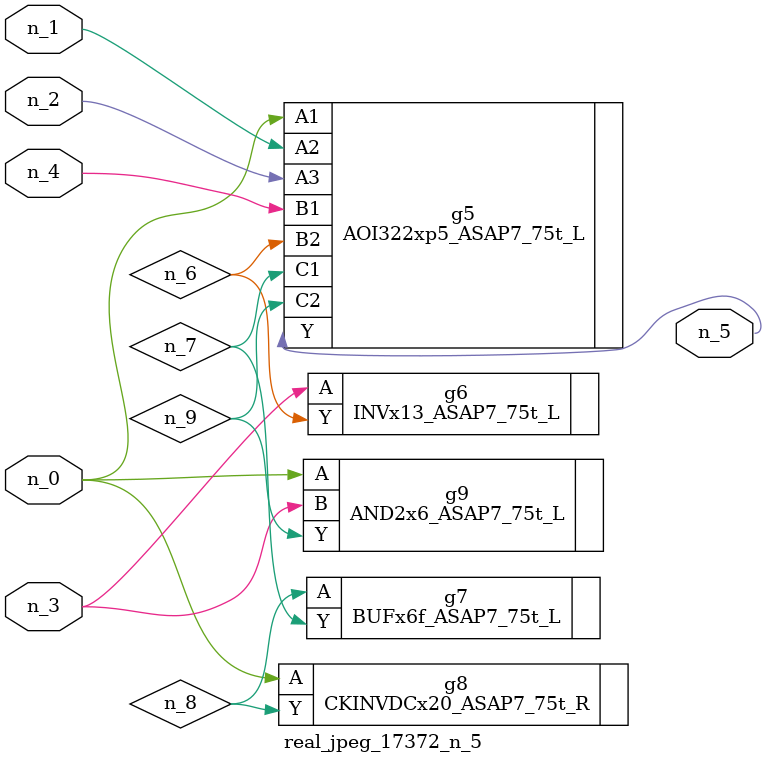
<source format=v>
module real_jpeg_17372_n_5 (n_4, n_0, n_1, n_2, n_3, n_5);

input n_4;
input n_0;
input n_1;
input n_2;
input n_3;

output n_5;

wire n_8;
wire n_6;
wire n_7;
wire n_9;

AOI322xp5_ASAP7_75t_L g5 ( 
.A1(n_0),
.A2(n_1),
.A3(n_2),
.B1(n_4),
.B2(n_6),
.C1(n_7),
.C2(n_9),
.Y(n_5)
);

CKINVDCx20_ASAP7_75t_R g8 ( 
.A(n_0),
.Y(n_8)
);

AND2x6_ASAP7_75t_L g9 ( 
.A(n_0),
.B(n_3),
.Y(n_9)
);

INVx13_ASAP7_75t_L g6 ( 
.A(n_3),
.Y(n_6)
);

BUFx6f_ASAP7_75t_L g7 ( 
.A(n_8),
.Y(n_7)
);


endmodule
</source>
